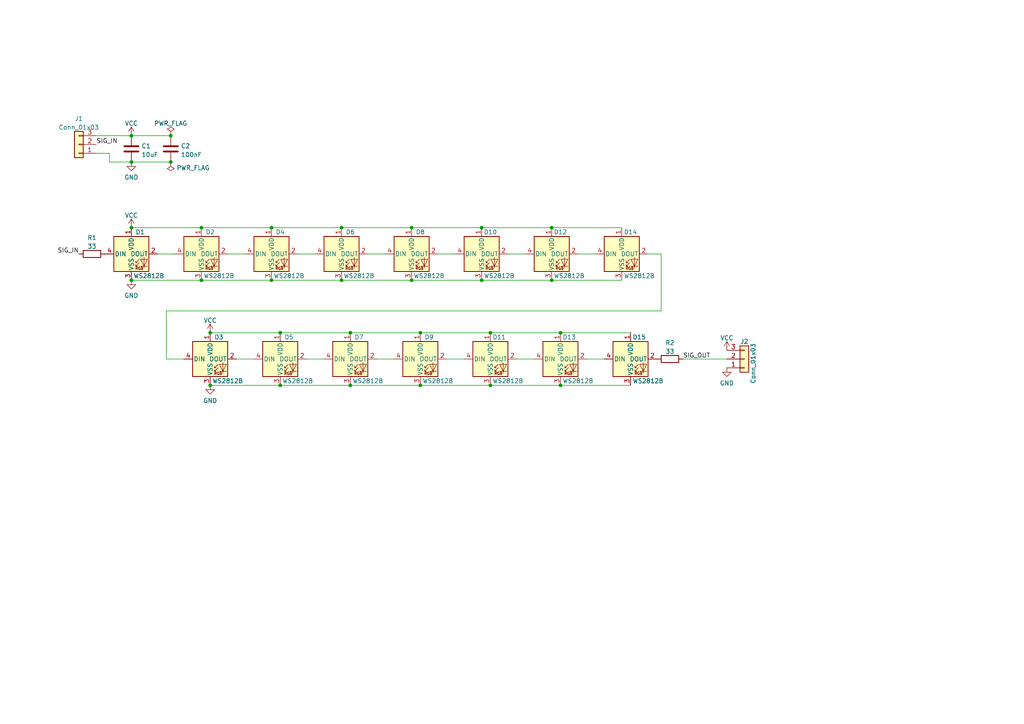
<source format=kicad_sch>
(kicad_sch (version 20211123) (generator eeschema)
  (paper "A4")
  (lib_symbols
    (symbol "Connector_Generic:Conn_01x03" (pin_names (offset 1.016) hide)
      (property "Reference" "J" (at 0 5.08 0))
      (property "Value" "Conn_01x03" (at 0 -5.08 0))
      (symbol "Conn_01x03_1_1"
        (rectangle (start -1.27 -2.413) (end 0 -2.667) (stroke (width 0.1524)))
        (rectangle (start -1.27 0.127) (end 0 -0.127) (stroke (width 0.1524)))
        (rectangle (start -1.27 2.667) (end 0 2.413) (stroke (width 0.1524)))
        (rectangle (start -1.27 3.81) (end 1.27 -3.81) (stroke (width 0.254)) (fill (type background)))
        (pin passive line (at -5.08 2.54 0) (length 3.81) (name "Pin_1") (number "1"))
        (pin passive line (at -5.08 0 0) (length 3.81) (name "Pin_2") (number "2"))
        (pin passive line (at -5.08 -2.54 0) (length 3.81) (name "Pin_3") (number "3"))
      )
    )
    (symbol "Device:C" (pin_numbers hide) (pin_names (offset 0.254))
      (property "Reference" "C" (at 0.635 2.54 0))
      (property "Value" "C" (at 0.635 -2.54 0))
      (symbol "C_0_1"
        (polyline (pts (xy -2.032 -0.762) (xy 2.032 -0.762)) (stroke (width 0.508)))
        (polyline (pts (xy -2.032 0.762) (xy 2.032 0.762)) (stroke (width 0.508)))
      )
      (symbol "C_1_1"
        (pin passive line (at 0 3.81 270) (length 2.794) (name "~") (number "1"))
        (pin passive line (at 0 -3.81 90) (length 2.794) (name "~") (number "2"))
      )
    )
    (symbol "Device:R" (pin_numbers hide) (pin_names (offset 0))
      (property "Reference" "R" (at 2.032 0 90))
      (property "Value" "R" (at 0 0 90))
      (symbol "R_0_1"
        (rectangle (start -1.016 -2.54) (end 1.016 2.54) (stroke (width 0.254)))
      )
      (symbol "R_1_1"
        (pin passive line (at 0 3.81 270) (length 1.27) (name "~") (number "1"))
        (pin passive line (at 0 -3.81 90) (length 1.27) (name "~") (number "2"))
      )
    )
    (symbol "LED:WS2812B" (pin_names (offset 0.254))
      (property "Reference" "D" (at 5.08 5.715 0))
      (property "Value" "WS2812B" (at 1.27 -5.715 0))
      (symbol "WS2812B_0_0"
        (text "RGB" (at 2.286 -4.191 0) (effects (font (size 0.762 0.762))))
      )
      (symbol "WS2812B_0_1"
        (polyline (pts (xy 1.27 -3.556) (xy 1.778 -3.556)))
        (polyline (pts (xy 1.27 -2.54) (xy 1.778 -2.54)))
        (polyline (pts (xy 4.699 -3.556) (xy 2.667 -3.556)))
        (polyline (pts (xy 2.286 -2.54) (xy 1.27 -3.556) (xy 1.27 -3.048)))
        (polyline (pts (xy 2.286 -1.524) (xy 1.27 -2.54) (xy 1.27 -2.032)))
        (polyline (pts (xy 3.683 -1.016) (xy 3.683 -3.556) (xy 3.683 -4.064)))
        (polyline (pts (xy 4.699 -1.524) (xy 2.667 -1.524) (xy 3.683 -3.556) (xy 4.699 -1.524)))
        (rectangle (start 5.08 5.08) (end -5.08 -5.08) (stroke (width 0.254)) (fill (type background)))
      )
      (symbol "WS2812B_1_1"
        (pin power_in line (at 0 7.62 270) (length 2.54) (name "VDD") (number "1"))
        (pin output line (at 7.62 0 180) (length 2.54) (name "DOUT") (number "2"))
        (pin power_in line (at 0 -7.62 90) (length 2.54) (name "VSS") (number "3"))
        (pin input line (at -7.62 0 0) (length 2.54) (name "DIN") (number "4"))
      )
    )
    (symbol "power:GND" (power) (pin_names (offset 0))
      (property "Value" "GND" (at 0 -3.81 0))
      (symbol "GND_0_1"
        (polyline (pts (xy 0 0) (xy 0 -1.27) (xy 1.27 -1.27) (xy 0 -2.54) (xy -1.27 -1.27) (xy 0 -1.27)))
      )
      (symbol "GND_1_1"
        (pin power_in line (at 0 0 270) (length 0) hide (name "GND") (number "1"))
      )
    )
    (symbol "power:PWR_FLAG" (power) (pin_numbers hide) (pin_names (offset 0) hide)
      (property "Value" "PWR_FLAG" (at 0 3.81 0))
      (symbol "PWR_FLAG_0_0"
        (pin power_out line (at 0 0 90) (length 0) (name "pwr") (number "1"))
      )
      (symbol "PWR_FLAG_0_1"
        (polyline (pts (xy 0 0) (xy 0 1.27) (xy -1.016 1.905) (xy 0 2.54) (xy 1.016 1.905) (xy 0 1.27)))
      )
    )
    (symbol "power:VCC" (power) (pin_names (offset 0))
      (property "Value" "VCC" (at 0 3.81 0))
      (symbol "VCC_0_1"
        (polyline (pts (xy -0.762 1.27) (xy 0 2.54)))
        (polyline (pts (xy 0 0) (xy 0 2.54)))
        (polyline (pts (xy 0 2.54) (xy 0.762 1.27)))
      )
      (symbol "VCC_1_1"
        (pin power_in line (at 0 0 90) (length 0) hide (name "VCC") (number "1"))
      )
    )
  )
  (junction (at 99.06 66.04))
  (junction (at 81.28 96.52))
  (junction (at 162.56 111.76))
  (junction (at 142.24 96.52))
  (junction (at 58.42 81.28))
  (junction (at 119.38 66.04))
  (junction (at 38.1 81.28))
  (junction (at 160.02 81.28))
  (junction (at 121.92 96.52))
  (junction (at 58.42 66.04))
  (junction (at 38.1 66.04))
  (junction (at 160.02 66.04))
  (junction (at 38.1 46.99))
  (junction (at 139.7 81.28))
  (junction (at 49.53 39.37))
  (junction (at 81.28 111.76))
  (junction (at 142.24 111.76))
  (junction (at 78.74 66.04))
  (junction (at 99.06 81.28))
  (junction (at 101.6 111.76))
  (junction (at 139.7 66.04))
  (junction (at 38.1 39.37))
  (junction (at 60.96 96.52))
  (junction (at 101.6 96.52))
  (junction (at 78.74 81.28))
  (junction (at 121.92 111.76))
  (junction (at 60.96 111.76))
  (junction (at 162.56 96.52))
  (junction (at 119.38 81.28))
  (junction (at 49.53 46.99))
  (wire (pts (xy 147.32 73.66) (xy 152.4 73.66)))
  (wire (pts (xy 160.02 81.28) (xy 180.34 81.28)))
  (wire (pts (xy 106.68 73.66) (xy 111.76 73.66)))
  (wire (pts (xy 99.06 66.04) (xy 119.38 66.04)))
  (wire (pts (xy 149.86 104.14) (xy 154.94 104.14)))
  (wire (pts (xy 160.02 66.04) (xy 180.34 66.04)))
  (wire (pts (xy 129.54 104.14) (xy 134.62 104.14)))
  (wire (pts (xy 48.26 104.14) (xy 53.34 104.14)))
  (wire (pts (xy 191.77 73.66) (xy 191.77 90.17)))
  (wire (pts (xy 101.6 96.52) (xy 121.92 96.52)))
  (wire (pts (xy 162.56 111.76) (xy 182.88 111.76)))
  (wire (pts (xy 119.38 81.28) (xy 139.7 81.28)))
  (wire (pts (xy 48.26 90.17) (xy 48.26 104.14)))
  (wire (pts (xy 139.7 66.04) (xy 160.02 66.04)))
  (wire (pts (xy 27.94 39.37) (xy 38.1 39.37)))
  (wire (pts (xy 38.1 66.04) (xy 58.42 66.04)))
  (wire (pts (xy 60.96 96.52) (xy 81.28 96.52)))
  (wire (pts (xy 58.42 81.28) (xy 78.74 81.28)))
  (wire (pts (xy 170.18 104.14) (xy 175.26 104.14)))
  (wire (pts (xy 86.36 73.66) (xy 91.44 73.66)))
  (wire (pts (xy 121.92 96.52) (xy 142.24 96.52)))
  (wire (pts (xy 31.75 46.99) (xy 31.75 44.45)))
  (wire (pts (xy 78.74 81.28) (xy 99.06 81.28)))
  (wire (pts (xy 198.12 104.14) (xy 210.82 104.14)))
  (wire (pts (xy 187.96 73.66) (xy 191.77 73.66)))
  (wire (pts (xy 68.58 104.14) (xy 73.66 104.14)))
  (wire (pts (xy 101.6 111.76) (xy 121.92 111.76)))
  (wire (pts (xy 88.9 104.14) (xy 93.98 104.14)))
  (wire (pts (xy 167.64 73.66) (xy 172.72 73.66)))
  (wire (pts (xy 38.1 46.99) (xy 49.53 46.99)))
  (wire (pts (xy 38.1 81.28) (xy 58.42 81.28)))
  (wire (pts (xy 78.74 66.04) (xy 99.06 66.04)))
  (wire (pts (xy 162.56 96.52) (xy 182.88 96.52)))
  (wire (pts (xy 127 73.66) (xy 132.08 73.66)))
  (wire (pts (xy 38.1 39.37) (xy 49.53 39.37)))
  (wire (pts (xy 45.72 73.66) (xy 50.8 73.66)))
  (wire (pts (xy 142.24 111.76) (xy 162.56 111.76)))
  (wire (pts (xy 191.77 90.17) (xy 48.26 90.17)))
  (wire (pts (xy 142.24 96.52) (xy 162.56 96.52)))
  (wire (pts (xy 31.75 44.45) (xy 27.94 44.45)))
  (wire (pts (xy 58.42 66.04) (xy 78.74 66.04)))
  (wire (pts (xy 81.28 111.76) (xy 101.6 111.76)))
  (wire (pts (xy 121.92 111.76) (xy 142.24 111.76)))
  (wire (pts (xy 139.7 81.28) (xy 160.02 81.28)))
  (wire (pts (xy 60.96 111.76) (xy 81.28 111.76)))
  (wire (pts (xy 119.38 66.04) (xy 139.7 66.04)))
  (wire (pts (xy 99.06 81.28) (xy 119.38 81.28)))
  (wire (pts (xy 66.04 73.66) (xy 71.12 73.66)))
  (wire (pts (xy 38.1 46.99) (xy 31.75 46.99)))
  (wire (pts (xy 109.22 104.14) (xy 114.3 104.14)))
  (wire (pts (xy 81.28 96.52) (xy 101.6 96.52)))
  (label "SIG_OUT" (at 198.12 104.14 0))
  (label "SIG_IN" (at 27.94 41.91 0))
  (label "SIG_IN" (at 22.86 73.66 180))
  (symbol (lib_id "LED:WS2812B") (at 99.06 73.66 0) (unit 1)
    (property "Reference" "D6" (at 101.6 67.31 0))
    (property "Value" "WS2812B" (at 104.14 80.01 0))
    (property "Footprint" "LED_SMD:LED_WS2812B_PLCC4_5.0x5.0mm_P3.2mm" (effects hide))
    (property "Datasheet" "https://cdn-shop.adafruit.com/datasheets/WS2812B.pdf" (effects hide))
    (property "LCSC" "C2761796" (effects hide))
  )
  (symbol (lib_id "power:VCC") (at 38.1 39.37 0) (unit 1)
    (property "Reference" "#PWR01" (effects hide))
    (property "Value" "VCC" (at 38.1 35.7942 0))
  )
  (symbol (lib_id "LED:WS2812B") (at 81.28 104.14 0) (unit 1)
    (property "Reference" "D5" (at 83.82 97.79 0))
    (property "Value" "WS2812B" (at 86.36 110.49 0))
    (property "Footprint" "LED_SMD:LED_WS2812B_PLCC4_5.0x5.0mm_P3.2mm" (effects hide))
    (property "Datasheet" "https://cdn-shop.adafruit.com/datasheets/WS2812B.pdf" (effects hide))
    (property "LCSC" "C2761796" (effects hide))
  )
  (symbol (lib_id "power:VCC") (at 210.82 101.6 0) (unit 1)
    (property "Reference" "#PWR07" (effects hide))
    (property "Value" "VCC" (at 210.82 98.0242 0))
  )
  (symbol (lib_id "power:PWR_FLAG") (at 49.53 39.37 0) (unit 1)
    (property "Reference" "#FLG01" (effects hide))
    (property "Value" "PWR_FLAG" (at 49.53 35.7942 0))
  )
  (symbol (lib_id "LED:WS2812B") (at 119.38 73.66 0) (unit 1)
    (property "Reference" "D8" (at 121.92 67.31 0))
    (property "Value" "WS2812B" (at 124.46 80.01 0))
    (property "Footprint" "LED_SMD:LED_WS2812B_PLCC4_5.0x5.0mm_P3.2mm" (effects hide))
    (property "Datasheet" "https://cdn-shop.adafruit.com/datasheets/WS2812B.pdf" (effects hide))
    (property "LCSC" "C2761796" (effects hide))
  )
  (symbol (lib_id "power:GND") (at 60.96 111.76 0) (unit 1)
    (property "Reference" "#PWR06" (effects hide))
    (property "Value" "GND" (at 60.96 116.2034 0))
  )
  (symbol (lib_id "LED:WS2812B") (at 38.1 73.66 0) (unit 1)
    (property "Reference" "D1" (at 40.64 67.31 0))
    (property "Value" "WS2812B" (at 43.18 80.01 0))
    (property "Footprint" "LED_SMD:LED_WS2812B_PLCC4_5.0x5.0mm_P3.2mm" (effects hide))
    (property "Datasheet" "https://cdn-shop.adafruit.com/datasheets/WS2812B.pdf" (effects hide))
    (property "LCSC" "C2761796" (effects hide))
  )
  (symbol (lib_id "LED:WS2812B") (at 60.96 104.14 0) (unit 1)
    (property "Reference" "D3" (at 63.5 97.79 0))
    (property "Value" "WS2812B" (at 66.04 110.49 0))
    (property "Footprint" "LED_SMD:LED_WS2812B_PLCC4_5.0x5.0mm_P3.2mm" (effects hide))
    (property "Datasheet" "https://cdn-shop.adafruit.com/datasheets/WS2812B.pdf" (effects hide))
    (property "LCSC" "C2761796" (effects hide))
  )
  (symbol (lib_id "power:VCC") (at 38.1 66.04 0) (unit 1)
    (property "Reference" "#PWR03" (effects hide))
    (property "Value" "VCC" (at 38.1 62.4642 0))
  )
  (symbol (lib_id "LED:WS2812B") (at 58.42 73.66 0) (unit 1)
    (property "Reference" "D2" (at 60.96 67.31 0))
    (property "Value" "WS2812B" (at 63.5 80.01 0))
    (property "Footprint" "LED_SMD:LED_WS2812B_PLCC4_5.0x5.0mm_P3.2mm" (effects hide))
    (property "Datasheet" "https://cdn-shop.adafruit.com/datasheets/WS2812B.pdf" (effects hide))
    (property "LCSC" "C2761796" (effects hide))
  )
  (symbol (lib_id "LED:WS2812B") (at 142.24 104.14 0) (unit 1)
    (property "Reference" "D11" (at 144.78 97.79 0))
    (property "Value" "WS2812B" (at 147.32 110.49 0))
    (property "Footprint" "LED_SMD:LED_WS2812B_PLCC4_5.0x5.0mm_P3.2mm" (effects hide))
    (property "Datasheet" "https://cdn-shop.adafruit.com/datasheets/WS2812B.pdf" (effects hide))
    (property "LCSC" "C2761796" (effects hide))
  )
  (symbol (lib_id "LED:WS2812B") (at 180.34 73.66 0) (unit 1)
    (property "Reference" "D14" (at 182.88 67.31 0))
    (property "Value" "WS2812B" (at 185.42 80.01 0))
    (property "Footprint" "LED_SMD:LED_WS2812B_PLCC4_5.0x5.0mm_P3.2mm" (effects hide))
    (property "Datasheet" "https://cdn-shop.adafruit.com/datasheets/WS2812B.pdf" (effects hide))
    (property "LCSC" "C2761796" (effects hide))
  )
  (symbol (lib_id "Device:C") (at 49.53 43.18 0) (unit 1)
    (property "Reference" "C2" (at 52.451 42.3453 0) (effects (justify left)))
    (property "Value" "100nF" (at 52.451 44.8822 0) (effects (justify left)))
    (property "Footprint" "Capacitor_SMD:C_0402_1005Metric" (effects hide))
    (property "LCSC" "C307331" (effects hide))
  )
  (symbol (lib_id "power:VCC") (at 60.96 96.52 0) (unit 1)
    (property "Reference" "#PWR05" (effects hide))
    (property "Value" "VCC" (at 60.96 92.9442 0))
  )
  (symbol (lib_id "LED:WS2812B") (at 162.56 104.14 0) (unit 1)
    (property "Reference" "D13" (at 165.1 97.79 0))
    (property "Value" "WS2812B" (at 167.64 110.49 0))
    (property "Footprint" "LED_SMD:LED_WS2812B_PLCC4_5.0x5.0mm_P3.2mm" (effects hide))
    (property "Datasheet" "https://cdn-shop.adafruit.com/datasheets/WS2812B.pdf" (effects hide))
    (property "LCSC" "C2761796" (effects hide))
  )
  (symbol (lib_id "LED:WS2812B") (at 160.02 73.66 0) (unit 1)
    (property "Reference" "D12" (at 162.56 67.31 0))
    (property "Value" "WS2812B" (at 165.1 80.01 0))
    (property "Footprint" "LED_SMD:LED_WS2812B_PLCC4_5.0x5.0mm_P3.2mm" (effects hide))
    (property "Datasheet" "https://cdn-shop.adafruit.com/datasheets/WS2812B.pdf" (effects hide))
    (property "LCSC" "C2761796" (effects hide))
  )
  (symbol (lib_id "Connector_Generic:Conn_01x03") (at 215.9 104.14 0) (mirror x) (unit 1)
    (property "Reference" "J2" (at 215.9 99.06 0))
    (property "Value" "Conn_01x03" (at 218.44 105.41 90))
    (property "Footprint" "Connector_PinHeader_2.54mm:PinHeader_1x03_P2.54mm_Vertical" (effects hide))
  )
  (symbol (lib_id "Device:R") (at 194.31 104.14 90) (unit 1)
    (property "Reference" "R2" (at 194.31 99.4242 90))
    (property "Value" "33" (at 194.31 101.9611 90))
    (property "Footprint" "Resistor_SMD:R_0603_1608Metric" (effects hide))
    (property "LCSC" "C23140" (effects hide))
  )
  (symbol (lib_id "LED:WS2812B") (at 121.92 104.14 0) (unit 1)
    (property "Reference" "D9" (at 124.46 97.79 0))
    (property "Value" "WS2812B" (at 127 110.49 0))
    (property "Footprint" "LED_SMD:LED_WS2812B_PLCC4_5.0x5.0mm_P3.2mm" (effects hide))
    (property "Datasheet" "https://cdn-shop.adafruit.com/datasheets/WS2812B.pdf" (effects hide))
    (property "LCSC" "C2761796" (effects hide))
  )
  (symbol (lib_id "Device:C") (at 38.1 43.18 0) (unit 1)
    (property "Reference" "C1" (at 41.021 42.3453 0) (effects (justify left)))
    (property "Value" "10uF" (at 41.021 44.8822 0) (effects (justify left)))
    (property "Footprint" "Capacitor_SMD:C_0603_1608Metric" (effects hide))
    (property "LCSC" "C96446" (effects hide))
  )
  (symbol (lib_id "power:GND") (at 38.1 81.28 0) (unit 1)
    (property "Reference" "#PWR04" (effects hide))
    (property "Value" "GND" (at 38.1 85.7234 0))
  )
  (symbol (lib_id "power:PWR_FLAG") (at 49.53 46.99 180) (unit 1)
    (property "Reference" "#FLG02" (effects hide))
    (property "Value" "PWR_FLAG" (at 51.181 48.6938 0) (effects (justify right)))
  )
  (symbol (lib_id "LED:WS2812B") (at 78.74 73.66 0) (unit 1)
    (property "Reference" "D4" (at 81.28 67.31 0))
    (property "Value" "WS2812B" (at 83.82 80.01 0))
    (property "Footprint" "LED_SMD:LED_WS2812B_PLCC4_5.0x5.0mm_P3.2mm" (effects hide))
    (property "Datasheet" "https://cdn-shop.adafruit.com/datasheets/WS2812B.pdf" (effects hide))
    (property "LCSC" "C2761796" (effects hide))
  )
  (symbol (lib_id "power:GND") (at 210.82 106.68 0) (unit 1)
    (property "Reference" "#PWR08" (effects hide))
    (property "Value" "GND" (at 210.82 111.1234 0))
  )
  (symbol (lib_id "Device:R") (at 26.67 73.66 90) (unit 1)
    (property "Reference" "R1" (at 26.67 68.9442 90))
    (property "Value" "33" (at 26.67 71.4811 90))
    (property "Footprint" "Resistor_SMD:R_0603_1608Metric" (effects hide))
    (property "LCSC" "C23140" (effects hide))
  )
  (symbol (lib_id "LED:WS2812B") (at 182.88 104.14 0) (unit 1)
    (property "Reference" "D15" (at 185.42 97.79 0))
    (property "Value" "WS2812B" (at 187.96 110.49 0))
    (property "Footprint" "LED_SMD:LED_WS2812B_PLCC4_5.0x5.0mm_P3.2mm" (effects hide))
    (property "Datasheet" "https://cdn-shop.adafruit.com/datasheets/WS2812B.pdf" (effects hide))
    (property "LCSC" "C2761796" (effects hide))
  )
  (symbol (lib_id "Connector_Generic:Conn_01x03") (at 22.86 41.91 180) (unit 1)
    (property "Reference" "J1" (at 22.86 34.4002 0))
    (property "Value" "Conn_01x03" (at 22.86 36.9371 0))
    (property "Footprint" "Connector_PinHeader_2.54mm:PinHeader_1x03_P2.54mm_Vertical" (effects hide))
  )
  (symbol (lib_id "power:GND") (at 38.1 46.99 0) (unit 1)
    (property "Reference" "#PWR02" (effects hide))
    (property "Value" "GND" (at 38.1 51.4334 0))
  )
  (symbol (lib_id "LED:WS2812B") (at 139.7 73.66 0) (unit 1)
    (property "Reference" "D10" (at 142.24 67.31 0))
    (property "Value" "WS2812B" (at 144.78 80.01 0))
    (property "Footprint" "LED_SMD:LED_WS2812B_PLCC4_5.0x5.0mm_P3.2mm" (effects hide))
    (property "Datasheet" "https://cdn-shop.adafruit.com/datasheets/WS2812B.pdf" (effects hide))
    (property "LCSC" "C2761796" (effects hide))
  )
  (symbol (lib_id "LED:WS2812B") (at 101.6 104.14 0) (unit 1)
    (property "Reference" "D7" (at 104.14 97.79 0))
    (property "Value" "WS2812B" (at 106.68 110.49 0))
    (property "Footprint" "LED_SMD:LED_WS2812B_PLCC4_5.0x5.0mm_P3.2mm" (effects hide))
    (property "Datasheet" "https://cdn-shop.adafruit.com/datasheets/WS2812B.pdf" (effects hide))
    (property "LCSC" "C2761796" (effects hide))
  )
)
</source>
